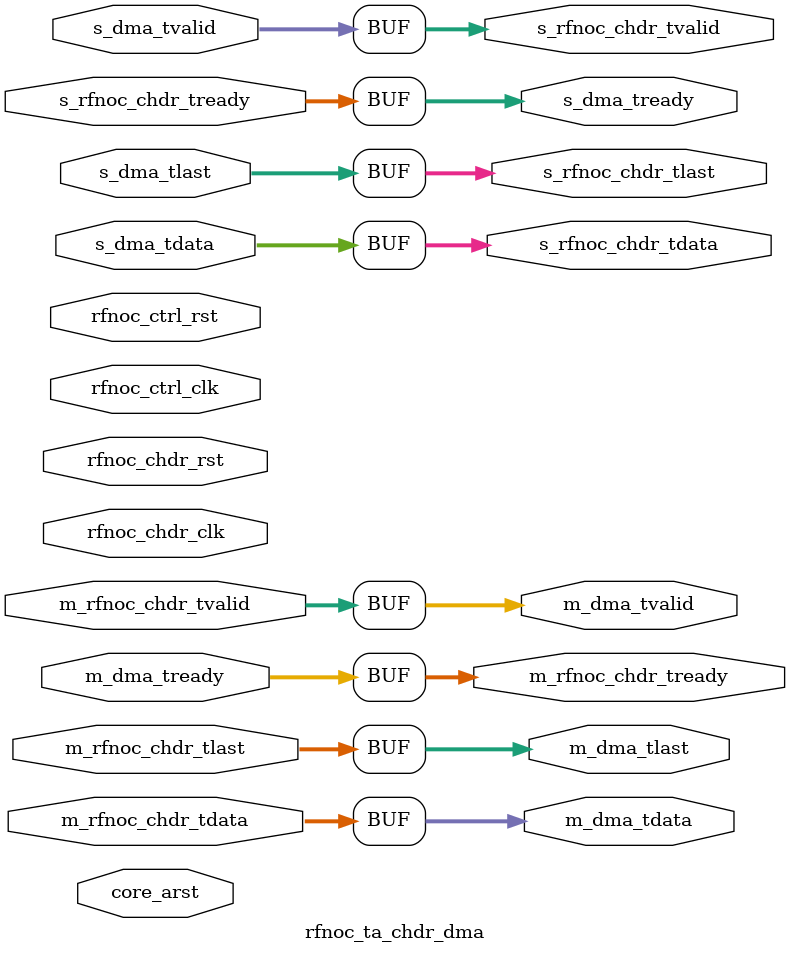
<source format=sv>

module rfnoc_ta_chdr_dma #(
  parameter        CHDR_W     = 64,
  parameter [15:0] PROTOVER   = {8'd1, 8'd0}
) (
  // Standard Clocks and Resets (these are unused in this particular module)
  input  logic core_arst,
  input  logic rfnoc_ctrl_clk,
  input  logic rfnoc_ctrl_rst,
  input  logic rfnoc_chdr_clk,
  input  logic rfnoc_chdr_rst,

  // CHDR Buses (to and from crossbar)
  output logic [4*CHDR_W-1:0] s_rfnoc_chdr_tdata,
  output logic [         3:0] s_rfnoc_chdr_tlast,
  output logic [         3:0] s_rfnoc_chdr_tvalid,
  input  logic [         3:0] s_rfnoc_chdr_tready,

  input  logic [4*CHDR_W-1:0] m_rfnoc_chdr_tdata,
  input  logic [         3:0] m_rfnoc_chdr_tlast,
  input  logic [         3:0] m_rfnoc_chdr_tvalid,
  output logic [         3:0] m_rfnoc_chdr_tready,

  // CHDR Buses (to and from DMA engine)
  input  logic [4*CHDR_W-1:0] s_dma_tdata,
  input  logic [         3:0] s_dma_tlast,
  input  logic [         3:0] s_dma_tvalid,
  output logic [         3:0] s_dma_tready,

  output logic [4*CHDR_W-1:0] m_dma_tdata,
  output logic [         3:0] m_dma_tlast,
  output logic [         3:0] m_dma_tvalid,
  input  logic [         3:0] m_dma_tready
);
  `default_nettype none

  assign s_rfnoc_chdr_tdata  = s_dma_tdata;
  assign s_rfnoc_chdr_tlast  = s_dma_tlast;
  assign s_rfnoc_chdr_tvalid = s_dma_tvalid;
  assign s_dma_tready        = s_rfnoc_chdr_tready;

  assign m_dma_tdata         = m_rfnoc_chdr_tdata;
  assign m_dma_tlast         = m_rfnoc_chdr_tlast;
  assign m_dma_tvalid        = m_rfnoc_chdr_tvalid;
  assign m_rfnoc_chdr_tready = m_dma_tready;

  `default_nettype wire
endmodule : rfnoc_ta_chdr_dma


</source>
